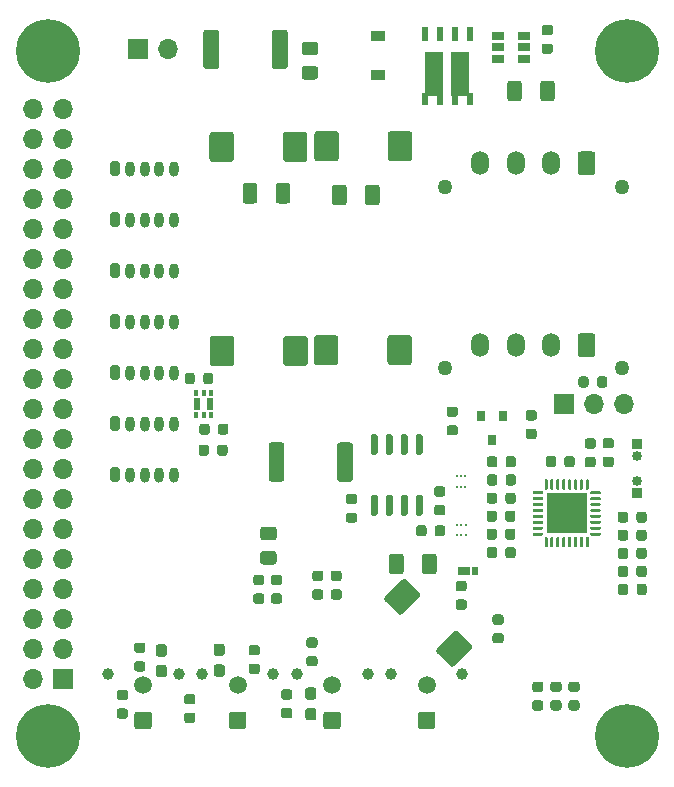
<source format=gbr>
G04 #@! TF.GenerationSoftware,KiCad,Pcbnew,(5.1.6)-1*
G04 #@! TF.CreationDate,2021-04-28T12:48:03+02:00*
G04 #@! TF.ProjectId,rysboard,72797362-6f61-4726-942e-6b696361645f,4.2*
G04 #@! TF.SameCoordinates,Original*
G04 #@! TF.FileFunction,Soldermask,Bot*
G04 #@! TF.FilePolarity,Negative*
%FSLAX46Y46*%
G04 Gerber Fmt 4.6, Leading zero omitted, Abs format (unit mm)*
G04 Created by KiCad (PCBNEW (5.1.6)-1) date 2021-04-28 12:48:03*
%MOMM*%
%LPD*%
G01*
G04 APERTURE LIST*
%ADD10O,1.500000X2.020000*%
%ADD11C,1.270000*%
%ADD12C,5.400000*%
%ADD13O,0.800000X1.300000*%
%ADD14O,1.700000X1.700000*%
%ADD15R,1.700000X1.700000*%
%ADD16C,1.500000*%
%ADD17C,1.000000*%
%ADD18R,1.050000X0.700000*%
%ADD19R,0.520000X0.700000*%
%ADD20R,1.200000X0.900000*%
%ADD21R,1.650000X3.810000*%
%ADD22R,0.610000X1.020000*%
%ADD23R,0.610000X1.270000*%
%ADD24R,3.450000X3.450000*%
%ADD25R,1.060000X0.650000*%
%ADD26R,0.600000X1.000000*%
%ADD27R,0.350000X0.500000*%
%ADD28O,0.850000X0.850000*%
%ADD29R,0.850000X0.850000*%
%ADD30R,0.200000X0.200000*%
%ADD31R,0.800000X0.900000*%
G04 APERTURE END LIST*
G36*
G01*
X96009750Y-121000000D02*
X96522250Y-121000000D01*
G75*
G02*
X96741000Y-121218750I0J-218750D01*
G01*
X96741000Y-121656250D01*
G75*
G02*
X96522250Y-121875000I-218750J0D01*
G01*
X96009750Y-121875000D01*
G75*
G02*
X95791000Y-121656250I0J218750D01*
G01*
X95791000Y-121218750D01*
G75*
G02*
X96009750Y-121000000I218750J0D01*
G01*
G37*
G36*
G01*
X96009750Y-119425000D02*
X96522250Y-119425000D01*
G75*
G02*
X96741000Y-119643750I0J-218750D01*
G01*
X96741000Y-120081250D01*
G75*
G02*
X96522250Y-120300000I-218750J0D01*
G01*
X96009750Y-120300000D01*
G75*
G02*
X95791000Y-120081250I0J218750D01*
G01*
X95791000Y-119643750D01*
G75*
G02*
X96009750Y-119425000I218750J0D01*
G01*
G37*
G36*
G01*
X88162500Y-121100000D02*
X88637500Y-121100000D01*
G75*
G02*
X88875000Y-121337500I0J-237500D01*
G01*
X88875000Y-121912500D01*
G75*
G02*
X88637500Y-122150000I-237500J0D01*
G01*
X88162500Y-122150000D01*
G75*
G02*
X87925000Y-121912500I0J237500D01*
G01*
X87925000Y-121337500D01*
G75*
G02*
X88162500Y-121100000I237500J0D01*
G01*
G37*
G36*
G01*
X88162500Y-119350000D02*
X88637500Y-119350000D01*
G75*
G02*
X88875000Y-119587500I0J-237500D01*
G01*
X88875000Y-120162500D01*
G75*
G02*
X88637500Y-120400000I-237500J0D01*
G01*
X88162500Y-120400000D01*
G75*
G02*
X87925000Y-120162500I0J237500D01*
G01*
X87925000Y-119587500D01*
G75*
G02*
X88162500Y-119350000I237500J0D01*
G01*
G37*
D10*
X115400000Y-94025000D03*
X118400000Y-94025000D03*
X121400000Y-94025000D03*
G36*
G01*
X125150000Y-93265000D02*
X125150000Y-94785000D01*
G75*
G02*
X124900000Y-95035000I-250000J0D01*
G01*
X123900000Y-95035000D01*
G75*
G02*
X123650000Y-94785000I0J250000D01*
G01*
X123650000Y-93265000D01*
G75*
G02*
X123900000Y-93015000I250000J0D01*
G01*
X124900000Y-93015000D01*
G75*
G02*
X125150000Y-93265000I0J-250000D01*
G01*
G37*
D11*
X112400000Y-95985000D03*
X127400000Y-95985000D03*
D12*
X127800000Y-127150000D03*
X78800000Y-69150000D03*
X78800000Y-127150000D03*
D10*
X115400000Y-78640000D03*
X118400000Y-78640000D03*
X121400000Y-78640000D03*
G36*
G01*
X125150000Y-77880000D02*
X125150000Y-79400000D01*
G75*
G02*
X124900000Y-79650000I-250000J0D01*
G01*
X123900000Y-79650000D01*
G75*
G02*
X123650000Y-79400000I0J250000D01*
G01*
X123650000Y-77880000D01*
G75*
G02*
X123900000Y-77630000I250000J0D01*
G01*
X124900000Y-77630000D01*
G75*
G02*
X125150000Y-77880000I0J-250000D01*
G01*
G37*
D11*
X112400000Y-80600000D03*
X127400000Y-80600000D03*
D13*
X89492000Y-104990000D03*
X88242000Y-104990000D03*
X86992000Y-104990000D03*
X85742000Y-104990000D03*
G36*
G01*
X84092000Y-105440000D02*
X84092000Y-104540000D01*
G75*
G02*
X84292000Y-104340000I200000J0D01*
G01*
X84692000Y-104340000D01*
G75*
G02*
X84892000Y-104540000I0J-200000D01*
G01*
X84892000Y-105440000D01*
G75*
G02*
X84692000Y-105640000I-200000J0D01*
G01*
X84292000Y-105640000D01*
G75*
G02*
X84092000Y-105440000I0J200000D01*
G01*
G37*
X89492000Y-79082000D03*
X88242000Y-79082000D03*
X86992000Y-79082000D03*
X85742000Y-79082000D03*
G36*
G01*
X84092000Y-79532000D02*
X84092000Y-78632000D01*
G75*
G02*
X84292000Y-78432000I200000J0D01*
G01*
X84692000Y-78432000D01*
G75*
G02*
X84892000Y-78632000I0J-200000D01*
G01*
X84892000Y-79532000D01*
G75*
G02*
X84692000Y-79732000I-200000J0D01*
G01*
X84292000Y-79732000D01*
G75*
G02*
X84092000Y-79532000I0J200000D01*
G01*
G37*
X89492000Y-83400000D03*
X88242000Y-83400000D03*
X86992000Y-83400000D03*
X85742000Y-83400000D03*
G36*
G01*
X84092000Y-83850000D02*
X84092000Y-82950000D01*
G75*
G02*
X84292000Y-82750000I200000J0D01*
G01*
X84692000Y-82750000D01*
G75*
G02*
X84892000Y-82950000I0J-200000D01*
G01*
X84892000Y-83850000D01*
G75*
G02*
X84692000Y-84050000I-200000J0D01*
G01*
X84292000Y-84050000D01*
G75*
G02*
X84092000Y-83850000I0J200000D01*
G01*
G37*
X89492000Y-87718000D03*
X88242000Y-87718000D03*
X86992000Y-87718000D03*
X85742000Y-87718000D03*
G36*
G01*
X84092000Y-88168000D02*
X84092000Y-87268000D01*
G75*
G02*
X84292000Y-87068000I200000J0D01*
G01*
X84692000Y-87068000D01*
G75*
G02*
X84892000Y-87268000I0J-200000D01*
G01*
X84892000Y-88168000D01*
G75*
G02*
X84692000Y-88368000I-200000J0D01*
G01*
X84292000Y-88368000D01*
G75*
G02*
X84092000Y-88168000I0J200000D01*
G01*
G37*
X89492000Y-92036000D03*
X88242000Y-92036000D03*
X86992000Y-92036000D03*
X85742000Y-92036000D03*
G36*
G01*
X84092000Y-92486000D02*
X84092000Y-91586000D01*
G75*
G02*
X84292000Y-91386000I200000J0D01*
G01*
X84692000Y-91386000D01*
G75*
G02*
X84892000Y-91586000I0J-200000D01*
G01*
X84892000Y-92486000D01*
G75*
G02*
X84692000Y-92686000I-200000J0D01*
G01*
X84292000Y-92686000D01*
G75*
G02*
X84092000Y-92486000I0J200000D01*
G01*
G37*
X89492000Y-96354000D03*
X88242000Y-96354000D03*
X86992000Y-96354000D03*
X85742000Y-96354000D03*
G36*
G01*
X84092000Y-96804000D02*
X84092000Y-95904000D01*
G75*
G02*
X84292000Y-95704000I200000J0D01*
G01*
X84692000Y-95704000D01*
G75*
G02*
X84892000Y-95904000I0J-200000D01*
G01*
X84892000Y-96804000D01*
G75*
G02*
X84692000Y-97004000I-200000J0D01*
G01*
X84292000Y-97004000D01*
G75*
G02*
X84092000Y-96804000I0J200000D01*
G01*
G37*
X89492000Y-100672000D03*
X88242000Y-100672000D03*
X86992000Y-100672000D03*
X85742000Y-100672000D03*
G36*
G01*
X84092000Y-101122000D02*
X84092000Y-100222000D01*
G75*
G02*
X84292000Y-100022000I200000J0D01*
G01*
X84692000Y-100022000D01*
G75*
G02*
X84892000Y-100222000I0J-200000D01*
G01*
X84892000Y-101122000D01*
G75*
G02*
X84692000Y-101322000I-200000J0D01*
G01*
X84292000Y-101322000D01*
G75*
G02*
X84092000Y-101122000I0J200000D01*
G01*
G37*
D14*
X77524500Y-74011100D03*
X80064500Y-74011100D03*
X77524500Y-76551100D03*
X80064500Y-76551100D03*
X77524500Y-79091100D03*
X80064500Y-79091100D03*
X77524500Y-81631100D03*
X80064500Y-81631100D03*
X77524500Y-84171100D03*
X80064500Y-84171100D03*
X77524500Y-86711100D03*
X80064500Y-86711100D03*
X77524500Y-89251100D03*
X80064500Y-89251100D03*
X77524500Y-91791100D03*
X80064500Y-91791100D03*
X77524500Y-94331100D03*
X80064500Y-94331100D03*
X77524500Y-96871100D03*
X80064500Y-96871100D03*
X77524500Y-99411100D03*
X80064500Y-99411100D03*
X77524500Y-101951100D03*
X80064500Y-101951100D03*
X77524500Y-104491100D03*
X80064500Y-104491100D03*
X77524500Y-107031100D03*
X80064500Y-107031100D03*
X77524500Y-109571100D03*
X80064500Y-109571100D03*
X77524500Y-112111100D03*
X80064500Y-112111100D03*
X77524500Y-114651100D03*
X80064500Y-114651100D03*
X77524500Y-117191100D03*
X80064500Y-117191100D03*
X77524500Y-119731100D03*
X80064500Y-119731100D03*
X77524500Y-122271100D03*
D15*
X80064500Y-122271100D03*
G36*
G01*
X110465000Y-113175000D02*
X110465000Y-111925000D01*
G75*
G02*
X110715000Y-111675000I250000J0D01*
G01*
X111465000Y-111675000D01*
G75*
G02*
X111715000Y-111925000I0J-250000D01*
G01*
X111715000Y-113175000D01*
G75*
G02*
X111465000Y-113425000I-250000J0D01*
G01*
X110715000Y-113425000D01*
G75*
G02*
X110465000Y-113175000I0J250000D01*
G01*
G37*
G36*
G01*
X107665000Y-113175000D02*
X107665000Y-111925000D01*
G75*
G02*
X107915000Y-111675000I250000J0D01*
G01*
X108665000Y-111675000D01*
G75*
G02*
X108915000Y-111925000I0J-250000D01*
G01*
X108915000Y-113175000D01*
G75*
G02*
X108665000Y-113425000I-250000J0D01*
G01*
X107915000Y-113425000D01*
G75*
G02*
X107665000Y-113175000I0J250000D01*
G01*
G37*
D12*
X127800000Y-69150000D03*
D16*
X102856000Y-122800000D03*
G36*
G01*
X103606000Y-125300000D02*
X103606000Y-126300000D01*
G75*
G02*
X103356000Y-126550000I-250000J0D01*
G01*
X102356000Y-126550000D01*
G75*
G02*
X102106000Y-126300000I0J250000D01*
G01*
X102106000Y-125300000D01*
G75*
G02*
X102356000Y-125050000I250000J0D01*
G01*
X103356000Y-125050000D01*
G75*
G02*
X103606000Y-125300000I0J-250000D01*
G01*
G37*
D17*
X99856000Y-121860000D03*
X105856000Y-121860000D03*
D16*
X94856000Y-122800000D03*
G36*
G01*
X95606000Y-125300000D02*
X95606000Y-126300000D01*
G75*
G02*
X95356000Y-126550000I-250000J0D01*
G01*
X94356000Y-126550000D01*
G75*
G02*
X94106000Y-126300000I0J250000D01*
G01*
X94106000Y-125300000D01*
G75*
G02*
X94356000Y-125050000I250000J0D01*
G01*
X95356000Y-125050000D01*
G75*
G02*
X95606000Y-125300000I0J-250000D01*
G01*
G37*
D17*
X91856000Y-121860000D03*
X97856000Y-121860000D03*
D16*
X86856000Y-122800000D03*
G36*
G01*
X87606000Y-125300000D02*
X87606000Y-126300000D01*
G75*
G02*
X87356000Y-126550000I-250000J0D01*
G01*
X86356000Y-126550000D01*
G75*
G02*
X86106000Y-126300000I0J250000D01*
G01*
X86106000Y-125300000D01*
G75*
G02*
X86356000Y-125050000I250000J0D01*
G01*
X87356000Y-125050000D01*
G75*
G02*
X87606000Y-125300000I0J-250000D01*
G01*
G37*
D17*
X83856000Y-121860000D03*
X89856000Y-121860000D03*
D16*
X110856000Y-122800000D03*
G36*
G01*
X111606000Y-125300000D02*
X111606000Y-126300000D01*
G75*
G02*
X111356000Y-126550000I-250000J0D01*
G01*
X110356000Y-126550000D01*
G75*
G02*
X110106000Y-126300000I0J250000D01*
G01*
X110106000Y-125300000D01*
G75*
G02*
X110356000Y-125050000I250000J0D01*
G01*
X111356000Y-125050000D01*
G75*
G02*
X111606000Y-125300000I0J-250000D01*
G01*
G37*
D17*
X107856000Y-121860000D03*
X113856000Y-121860000D03*
G36*
G01*
X98725000Y-95545000D02*
X98725000Y-93495000D01*
G75*
G02*
X98975000Y-93245000I250000J0D01*
G01*
X100550000Y-93245000D01*
G75*
G02*
X100800000Y-93495000I0J-250000D01*
G01*
X100800000Y-95545000D01*
G75*
G02*
X100550000Y-95795000I-250000J0D01*
G01*
X98975000Y-95795000D01*
G75*
G02*
X98725000Y-95545000I0J250000D01*
G01*
G37*
G36*
G01*
X92500000Y-95545000D02*
X92500000Y-93495000D01*
G75*
G02*
X92750000Y-93245000I250000J0D01*
G01*
X94325000Y-93245000D01*
G75*
G02*
X94575000Y-93495000I0J-250000D01*
G01*
X94575000Y-95545000D01*
G75*
G02*
X94325000Y-95795000I-250000J0D01*
G01*
X92750000Y-95795000D01*
G75*
G02*
X92500000Y-95545000I0J250000D01*
G01*
G37*
G36*
G01*
X103427500Y-76155000D02*
X103427500Y-78205000D01*
G75*
G02*
X103177500Y-78455000I-250000J0D01*
G01*
X101602500Y-78455000D01*
G75*
G02*
X101352500Y-78205000I0J250000D01*
G01*
X101352500Y-76155000D01*
G75*
G02*
X101602500Y-75905000I250000J0D01*
G01*
X103177500Y-75905000D01*
G75*
G02*
X103427500Y-76155000I0J-250000D01*
G01*
G37*
G36*
G01*
X109652500Y-76155000D02*
X109652500Y-78205000D01*
G75*
G02*
X109402500Y-78455000I-250000J0D01*
G01*
X107827500Y-78455000D01*
G75*
G02*
X107577500Y-78205000I0J250000D01*
G01*
X107577500Y-76155000D01*
G75*
G02*
X107827500Y-75905000I250000J0D01*
G01*
X109402500Y-75905000D01*
G75*
G02*
X109652500Y-76155000I0J-250000D01*
G01*
G37*
G36*
G01*
X103395000Y-93425000D02*
X103395000Y-95475000D01*
G75*
G02*
X103145000Y-95725000I-250000J0D01*
G01*
X101570000Y-95725000D01*
G75*
G02*
X101320000Y-95475000I0J250000D01*
G01*
X101320000Y-93425000D01*
G75*
G02*
X101570000Y-93175000I250000J0D01*
G01*
X103145000Y-93175000D01*
G75*
G02*
X103395000Y-93425000I0J-250000D01*
G01*
G37*
G36*
G01*
X109620000Y-93425000D02*
X109620000Y-95475000D01*
G75*
G02*
X109370000Y-95725000I-250000J0D01*
G01*
X107795000Y-95725000D01*
G75*
G02*
X107545000Y-95475000I0J250000D01*
G01*
X107545000Y-93425000D01*
G75*
G02*
X107795000Y-93175000I250000J0D01*
G01*
X109370000Y-93175000D01*
G75*
G02*
X109620000Y-93425000I0J-250000D01*
G01*
G37*
G36*
G01*
X98695000Y-78265000D02*
X98695000Y-76215000D01*
G75*
G02*
X98945000Y-75965000I250000J0D01*
G01*
X100520000Y-75965000D01*
G75*
G02*
X100770000Y-76215000I0J-250000D01*
G01*
X100770000Y-78265000D01*
G75*
G02*
X100520000Y-78515000I-250000J0D01*
G01*
X98945000Y-78515000D01*
G75*
G02*
X98695000Y-78265000I0J250000D01*
G01*
G37*
G36*
G01*
X92470000Y-78265000D02*
X92470000Y-76215000D01*
G75*
G02*
X92720000Y-75965000I250000J0D01*
G01*
X94295000Y-75965000D01*
G75*
G02*
X94545000Y-76215000I0J-250000D01*
G01*
X94545000Y-78265000D01*
G75*
G02*
X94295000Y-78515000I-250000J0D01*
G01*
X92720000Y-78515000D01*
G75*
G02*
X92470000Y-78265000I0J250000D01*
G01*
G37*
G36*
G01*
X113296250Y-100100000D02*
X112783750Y-100100000D01*
G75*
G02*
X112565000Y-99881250I0J218750D01*
G01*
X112565000Y-99443750D01*
G75*
G02*
X112783750Y-99225000I218750J0D01*
G01*
X113296250Y-99225000D01*
G75*
G02*
X113515000Y-99443750I0J-218750D01*
G01*
X113515000Y-99881250D01*
G75*
G02*
X113296250Y-100100000I-218750J0D01*
G01*
G37*
G36*
G01*
X113296250Y-101675000D02*
X112783750Y-101675000D01*
G75*
G02*
X112565000Y-101456250I0J218750D01*
G01*
X112565000Y-101018750D01*
G75*
G02*
X112783750Y-100800000I218750J0D01*
G01*
X113296250Y-100800000D01*
G75*
G02*
X113515000Y-101018750I0J-218750D01*
G01*
X113515000Y-101456250D01*
G75*
G02*
X113296250Y-101675000I-218750J0D01*
G01*
G37*
G36*
G01*
X119966250Y-100410000D02*
X119453750Y-100410000D01*
G75*
G02*
X119235000Y-100191250I0J218750D01*
G01*
X119235000Y-99753750D01*
G75*
G02*
X119453750Y-99535000I218750J0D01*
G01*
X119966250Y-99535000D01*
G75*
G02*
X120185000Y-99753750I0J-218750D01*
G01*
X120185000Y-100191250D01*
G75*
G02*
X119966250Y-100410000I-218750J0D01*
G01*
G37*
G36*
G01*
X119966250Y-101985000D02*
X119453750Y-101985000D01*
G75*
G02*
X119235000Y-101766250I0J218750D01*
G01*
X119235000Y-101328750D01*
G75*
G02*
X119453750Y-101110000I218750J0D01*
G01*
X119966250Y-101110000D01*
G75*
G02*
X120185000Y-101328750I0J-218750D01*
G01*
X120185000Y-101766250D01*
G75*
G02*
X119966250Y-101985000I-218750J0D01*
G01*
G37*
G36*
G01*
X120823750Y-68490000D02*
X121336250Y-68490000D01*
G75*
G02*
X121555000Y-68708750I0J-218750D01*
G01*
X121555000Y-69146250D01*
G75*
G02*
X121336250Y-69365000I-218750J0D01*
G01*
X120823750Y-69365000D01*
G75*
G02*
X120605000Y-69146250I0J218750D01*
G01*
X120605000Y-68708750D01*
G75*
G02*
X120823750Y-68490000I218750J0D01*
G01*
G37*
G36*
G01*
X120823750Y-66915000D02*
X121336250Y-66915000D01*
G75*
G02*
X121555000Y-67133750I0J-218750D01*
G01*
X121555000Y-67571250D01*
G75*
G02*
X121336250Y-67790000I-218750J0D01*
G01*
X120823750Y-67790000D01*
G75*
G02*
X120605000Y-67571250I0J218750D01*
G01*
X120605000Y-67133750D01*
G75*
G02*
X120823750Y-66915000I218750J0D01*
G01*
G37*
G36*
G01*
X120475000Y-73135000D02*
X120475000Y-71885000D01*
G75*
G02*
X120725000Y-71635000I250000J0D01*
G01*
X121475000Y-71635000D01*
G75*
G02*
X121725000Y-71885000I0J-250000D01*
G01*
X121725000Y-73135000D01*
G75*
G02*
X121475000Y-73385000I-250000J0D01*
G01*
X120725000Y-73385000D01*
G75*
G02*
X120475000Y-73135000I0J250000D01*
G01*
G37*
G36*
G01*
X117675000Y-73135000D02*
X117675000Y-71885000D01*
G75*
G02*
X117925000Y-71635000I250000J0D01*
G01*
X118675000Y-71635000D01*
G75*
G02*
X118925000Y-71885000I0J-250000D01*
G01*
X118925000Y-73135000D01*
G75*
G02*
X118675000Y-73385000I-250000J0D01*
G01*
X117925000Y-73385000D01*
G75*
G02*
X117675000Y-73135000I0J250000D01*
G01*
G37*
G36*
G01*
X98075000Y-81785000D02*
X98075000Y-80535000D01*
G75*
G02*
X98325000Y-80285000I250000J0D01*
G01*
X99075000Y-80285000D01*
G75*
G02*
X99325000Y-80535000I0J-250000D01*
G01*
X99325000Y-81785000D01*
G75*
G02*
X99075000Y-82035000I-250000J0D01*
G01*
X98325000Y-82035000D01*
G75*
G02*
X98075000Y-81785000I0J250000D01*
G01*
G37*
G36*
G01*
X95275000Y-81785000D02*
X95275000Y-80535000D01*
G75*
G02*
X95525000Y-80285000I250000J0D01*
G01*
X96275000Y-80285000D01*
G75*
G02*
X96525000Y-80535000I0J-250000D01*
G01*
X96525000Y-81785000D01*
G75*
G02*
X96275000Y-82035000I-250000J0D01*
G01*
X95525000Y-82035000D01*
G75*
G02*
X95275000Y-81785000I0J250000D01*
G01*
G37*
G36*
G01*
X104085000Y-80685000D02*
X104085000Y-81935000D01*
G75*
G02*
X103835000Y-82185000I-250000J0D01*
G01*
X103085000Y-82185000D01*
G75*
G02*
X102835000Y-81935000I0J250000D01*
G01*
X102835000Y-80685000D01*
G75*
G02*
X103085000Y-80435000I250000J0D01*
G01*
X103835000Y-80435000D01*
G75*
G02*
X104085000Y-80685000I0J-250000D01*
G01*
G37*
G36*
G01*
X106885000Y-80685000D02*
X106885000Y-81935000D01*
G75*
G02*
X106635000Y-82185000I-250000J0D01*
G01*
X105885000Y-82185000D01*
G75*
G02*
X105635000Y-81935000I0J250000D01*
G01*
X105635000Y-80685000D01*
G75*
G02*
X105885000Y-80435000I250000J0D01*
G01*
X106635000Y-80435000D01*
G75*
G02*
X106885000Y-80685000I0J-250000D01*
G01*
G37*
G36*
G01*
X122524000Y-104142250D02*
X122524000Y-103629750D01*
G75*
G02*
X122742750Y-103411000I218750J0D01*
G01*
X123180250Y-103411000D01*
G75*
G02*
X123399000Y-103629750I0J-218750D01*
G01*
X123399000Y-104142250D01*
G75*
G02*
X123180250Y-104361000I-218750J0D01*
G01*
X122742750Y-104361000D01*
G75*
G02*
X122524000Y-104142250I0J218750D01*
G01*
G37*
G36*
G01*
X120949000Y-104142250D02*
X120949000Y-103629750D01*
G75*
G02*
X121167750Y-103411000I218750J0D01*
G01*
X121605250Y-103411000D01*
G75*
G02*
X121824000Y-103629750I0J-218750D01*
G01*
X121824000Y-104142250D01*
G75*
G02*
X121605250Y-104361000I-218750J0D01*
G01*
X121167750Y-104361000D01*
G75*
G02*
X120949000Y-104142250I0J218750D01*
G01*
G37*
G36*
G01*
X124580000Y-96893750D02*
X124580000Y-97406250D01*
G75*
G02*
X124361250Y-97625000I-218750J0D01*
G01*
X123923750Y-97625000D01*
G75*
G02*
X123705000Y-97406250I0J218750D01*
G01*
X123705000Y-96893750D01*
G75*
G02*
X123923750Y-96675000I218750J0D01*
G01*
X124361250Y-96675000D01*
G75*
G02*
X124580000Y-96893750I0J-218750D01*
G01*
G37*
G36*
G01*
X126155000Y-96893750D02*
X126155000Y-97406250D01*
G75*
G02*
X125936250Y-97625000I-218750J0D01*
G01*
X125498750Y-97625000D01*
G75*
G02*
X125280000Y-97406250I0J218750D01*
G01*
X125280000Y-96893750D01*
G75*
G02*
X125498750Y-96675000I218750J0D01*
G01*
X125936250Y-96675000D01*
G75*
G02*
X126155000Y-96893750I0J-218750D01*
G01*
G37*
G36*
G01*
X103456250Y-114000000D02*
X102943750Y-114000000D01*
G75*
G02*
X102725000Y-113781250I0J218750D01*
G01*
X102725000Y-113343750D01*
G75*
G02*
X102943750Y-113125000I218750J0D01*
G01*
X103456250Y-113125000D01*
G75*
G02*
X103675000Y-113343750I0J-218750D01*
G01*
X103675000Y-113781250D01*
G75*
G02*
X103456250Y-114000000I-218750J0D01*
G01*
G37*
G36*
G01*
X103456250Y-115575000D02*
X102943750Y-115575000D01*
G75*
G02*
X102725000Y-115356250I0J218750D01*
G01*
X102725000Y-114918750D01*
G75*
G02*
X102943750Y-114700000I218750J0D01*
G01*
X103456250Y-114700000D01*
G75*
G02*
X103675000Y-114918750I0J-218750D01*
G01*
X103675000Y-115356250D01*
G75*
G02*
X103456250Y-115575000I-218750J0D01*
G01*
G37*
D18*
X114065000Y-113130000D03*
D19*
X114980000Y-113130000D03*
G36*
G01*
X93537500Y-120350000D02*
X93062500Y-120350000D01*
G75*
G02*
X92825000Y-120112500I0J237500D01*
G01*
X92825000Y-119537500D01*
G75*
G02*
X93062500Y-119300000I237500J0D01*
G01*
X93537500Y-119300000D01*
G75*
G02*
X93775000Y-119537500I0J-237500D01*
G01*
X93775000Y-120112500D01*
G75*
G02*
X93537500Y-120350000I-237500J0D01*
G01*
G37*
G36*
G01*
X93537500Y-122100000D02*
X93062500Y-122100000D01*
G75*
G02*
X92825000Y-121862500I0J237500D01*
G01*
X92825000Y-121287500D01*
G75*
G02*
X93062500Y-121050000I237500J0D01*
G01*
X93537500Y-121050000D01*
G75*
G02*
X93775000Y-121287500I0J-237500D01*
G01*
X93775000Y-121862500D01*
G75*
G02*
X93537500Y-122100000I-237500J0D01*
G01*
G37*
G36*
G01*
X100812500Y-124750000D02*
X101287500Y-124750000D01*
G75*
G02*
X101525000Y-124987500I0J-237500D01*
G01*
X101525000Y-125562500D01*
G75*
G02*
X101287500Y-125800000I-237500J0D01*
G01*
X100812500Y-125800000D01*
G75*
G02*
X100575000Y-125562500I0J237500D01*
G01*
X100575000Y-124987500D01*
G75*
G02*
X100812500Y-124750000I237500J0D01*
G01*
G37*
G36*
G01*
X100812500Y-123000000D02*
X101287500Y-123000000D01*
G75*
G02*
X101525000Y-123237500I0J-237500D01*
G01*
X101525000Y-123812500D01*
G75*
G02*
X101287500Y-124050000I-237500J0D01*
G01*
X100812500Y-124050000D01*
G75*
G02*
X100575000Y-123812500I0J237500D01*
G01*
X100575000Y-123237500D01*
G75*
G02*
X100812500Y-123000000I237500J0D01*
G01*
G37*
G36*
G01*
X112226250Y-106860000D02*
X111713750Y-106860000D01*
G75*
G02*
X111495000Y-106641250I0J218750D01*
G01*
X111495000Y-106203750D01*
G75*
G02*
X111713750Y-105985000I218750J0D01*
G01*
X112226250Y-105985000D01*
G75*
G02*
X112445000Y-106203750I0J-218750D01*
G01*
X112445000Y-106641250D01*
G75*
G02*
X112226250Y-106860000I-218750J0D01*
G01*
G37*
G36*
G01*
X112226250Y-108435000D02*
X111713750Y-108435000D01*
G75*
G02*
X111495000Y-108216250I0J218750D01*
G01*
X111495000Y-107778750D01*
G75*
G02*
X111713750Y-107560000I218750J0D01*
G01*
X112226250Y-107560000D01*
G75*
G02*
X112445000Y-107778750I0J-218750D01*
G01*
X112445000Y-108216250D01*
G75*
G02*
X112226250Y-108435000I-218750J0D01*
G01*
G37*
G36*
G01*
X96393750Y-115050000D02*
X96906250Y-115050000D01*
G75*
G02*
X97125000Y-115268750I0J-218750D01*
G01*
X97125000Y-115706250D01*
G75*
G02*
X96906250Y-115925000I-218750J0D01*
G01*
X96393750Y-115925000D01*
G75*
G02*
X96175000Y-115706250I0J218750D01*
G01*
X96175000Y-115268750D01*
G75*
G02*
X96393750Y-115050000I218750J0D01*
G01*
G37*
G36*
G01*
X96393750Y-113475000D02*
X96906250Y-113475000D01*
G75*
G02*
X97125000Y-113693750I0J-218750D01*
G01*
X97125000Y-114131250D01*
G75*
G02*
X96906250Y-114350000I-218750J0D01*
G01*
X96393750Y-114350000D01*
G75*
G02*
X96175000Y-114131250I0J218750D01*
G01*
X96175000Y-113693750D01*
G75*
G02*
X96393750Y-113475000I218750J0D01*
G01*
G37*
D20*
X106720000Y-71160000D03*
X106720000Y-67860000D03*
G36*
G01*
X93305000Y-67554999D02*
X93305000Y-70405001D01*
G75*
G02*
X93055001Y-70655000I-249999J0D01*
G01*
X92204999Y-70655000D01*
G75*
G02*
X91955000Y-70405001I0J249999D01*
G01*
X91955000Y-67554999D01*
G75*
G02*
X92204999Y-67305000I249999J0D01*
G01*
X93055001Y-67305000D01*
G75*
G02*
X93305000Y-67554999I0J-249999D01*
G01*
G37*
G36*
G01*
X99105000Y-67554999D02*
X99105000Y-70405001D01*
G75*
G02*
X98855001Y-70655000I-249999J0D01*
G01*
X98004999Y-70655000D01*
G75*
G02*
X97755000Y-70405001I0J249999D01*
G01*
X97755000Y-67554999D01*
G75*
G02*
X98004999Y-67305000I249999J0D01*
G01*
X98855001Y-67305000D01*
G75*
G02*
X99105000Y-67554999I0J-249999D01*
G01*
G37*
D14*
X127530000Y-99000000D03*
X124990000Y-99000000D03*
D15*
X122450000Y-99000000D03*
G36*
G01*
X110385000Y-103310000D02*
X110085000Y-103310000D01*
G75*
G02*
X109935000Y-103160000I0J150000D01*
G01*
X109935000Y-101710000D01*
G75*
G02*
X110085000Y-101560000I150000J0D01*
G01*
X110385000Y-101560000D01*
G75*
G02*
X110535000Y-101710000I0J-150000D01*
G01*
X110535000Y-103160000D01*
G75*
G02*
X110385000Y-103310000I-150000J0D01*
G01*
G37*
G36*
G01*
X109115000Y-103310000D02*
X108815000Y-103310000D01*
G75*
G02*
X108665000Y-103160000I0J150000D01*
G01*
X108665000Y-101710000D01*
G75*
G02*
X108815000Y-101560000I150000J0D01*
G01*
X109115000Y-101560000D01*
G75*
G02*
X109265000Y-101710000I0J-150000D01*
G01*
X109265000Y-103160000D01*
G75*
G02*
X109115000Y-103310000I-150000J0D01*
G01*
G37*
G36*
G01*
X107845000Y-103310000D02*
X107545000Y-103310000D01*
G75*
G02*
X107395000Y-103160000I0J150000D01*
G01*
X107395000Y-101710000D01*
G75*
G02*
X107545000Y-101560000I150000J0D01*
G01*
X107845000Y-101560000D01*
G75*
G02*
X107995000Y-101710000I0J-150000D01*
G01*
X107995000Y-103160000D01*
G75*
G02*
X107845000Y-103310000I-150000J0D01*
G01*
G37*
G36*
G01*
X106575000Y-103310000D02*
X106275000Y-103310000D01*
G75*
G02*
X106125000Y-103160000I0J150000D01*
G01*
X106125000Y-101710000D01*
G75*
G02*
X106275000Y-101560000I150000J0D01*
G01*
X106575000Y-101560000D01*
G75*
G02*
X106725000Y-101710000I0J-150000D01*
G01*
X106725000Y-103160000D01*
G75*
G02*
X106575000Y-103310000I-150000J0D01*
G01*
G37*
G36*
G01*
X106575000Y-108460000D02*
X106275000Y-108460000D01*
G75*
G02*
X106125000Y-108310000I0J150000D01*
G01*
X106125000Y-106860000D01*
G75*
G02*
X106275000Y-106710000I150000J0D01*
G01*
X106575000Y-106710000D01*
G75*
G02*
X106725000Y-106860000I0J-150000D01*
G01*
X106725000Y-108310000D01*
G75*
G02*
X106575000Y-108460000I-150000J0D01*
G01*
G37*
G36*
G01*
X107845000Y-108460000D02*
X107545000Y-108460000D01*
G75*
G02*
X107395000Y-108310000I0J150000D01*
G01*
X107395000Y-106860000D01*
G75*
G02*
X107545000Y-106710000I150000J0D01*
G01*
X107845000Y-106710000D01*
G75*
G02*
X107995000Y-106860000I0J-150000D01*
G01*
X107995000Y-108310000D01*
G75*
G02*
X107845000Y-108460000I-150000J0D01*
G01*
G37*
G36*
G01*
X109115000Y-108460000D02*
X108815000Y-108460000D01*
G75*
G02*
X108665000Y-108310000I0J150000D01*
G01*
X108665000Y-106860000D01*
G75*
G02*
X108815000Y-106710000I150000J0D01*
G01*
X109115000Y-106710000D01*
G75*
G02*
X109265000Y-106860000I0J-150000D01*
G01*
X109265000Y-108310000D01*
G75*
G02*
X109115000Y-108460000I-150000J0D01*
G01*
G37*
G36*
G01*
X110385000Y-108460000D02*
X110085000Y-108460000D01*
G75*
G02*
X109935000Y-108310000I0J150000D01*
G01*
X109935000Y-106860000D01*
G75*
G02*
X110085000Y-106710000I150000J0D01*
G01*
X110385000Y-106710000D01*
G75*
G02*
X110535000Y-106860000I0J-150000D01*
G01*
X110535000Y-108310000D01*
G75*
G02*
X110385000Y-108460000I-150000J0D01*
G01*
G37*
D21*
X113720000Y-71080000D03*
X111460000Y-71080000D03*
D22*
X110685000Y-73185000D03*
X111955000Y-73185000D03*
X113225000Y-73185000D03*
X114495000Y-73185000D03*
D23*
X114495000Y-67720000D03*
X113225000Y-67720000D03*
X111955000Y-67720000D03*
X110685000Y-67720000D03*
G36*
G01*
X111550000Y-110006250D02*
X111550000Y-109493750D01*
G75*
G02*
X111768750Y-109275000I218750J0D01*
G01*
X112206250Y-109275000D01*
G75*
G02*
X112425000Y-109493750I0J-218750D01*
G01*
X112425000Y-110006250D01*
G75*
G02*
X112206250Y-110225000I-218750J0D01*
G01*
X111768750Y-110225000D01*
G75*
G02*
X111550000Y-110006250I0J218750D01*
G01*
G37*
G36*
G01*
X109975000Y-110006250D02*
X109975000Y-109493750D01*
G75*
G02*
X110193750Y-109275000I218750J0D01*
G01*
X110631250Y-109275000D01*
G75*
G02*
X110850000Y-109493750I0J-218750D01*
G01*
X110850000Y-110006250D01*
G75*
G02*
X110631250Y-110225000I-218750J0D01*
G01*
X110193750Y-110225000D01*
G75*
G02*
X109975000Y-110006250I0J218750D01*
G01*
G37*
G36*
G01*
X116840000Y-105183750D02*
X116840000Y-105696250D01*
G75*
G02*
X116621250Y-105915000I-218750J0D01*
G01*
X116183750Y-105915000D01*
G75*
G02*
X115965000Y-105696250I0J218750D01*
G01*
X115965000Y-105183750D01*
G75*
G02*
X116183750Y-104965000I218750J0D01*
G01*
X116621250Y-104965000D01*
G75*
G02*
X116840000Y-105183750I0J-218750D01*
G01*
G37*
G36*
G01*
X118415000Y-105183750D02*
X118415000Y-105696250D01*
G75*
G02*
X118196250Y-105915000I-218750J0D01*
G01*
X117758750Y-105915000D01*
G75*
G02*
X117540000Y-105696250I0J218750D01*
G01*
X117540000Y-105183750D01*
G75*
G02*
X117758750Y-104965000I218750J0D01*
G01*
X118196250Y-104965000D01*
G75*
G02*
X118415000Y-105183750I0J-218750D01*
G01*
G37*
G36*
G01*
X116830000Y-106723750D02*
X116830000Y-107236250D01*
G75*
G02*
X116611250Y-107455000I-218750J0D01*
G01*
X116173750Y-107455000D01*
G75*
G02*
X115955000Y-107236250I0J218750D01*
G01*
X115955000Y-106723750D01*
G75*
G02*
X116173750Y-106505000I218750J0D01*
G01*
X116611250Y-106505000D01*
G75*
G02*
X116830000Y-106723750I0J-218750D01*
G01*
G37*
G36*
G01*
X118405000Y-106723750D02*
X118405000Y-107236250D01*
G75*
G02*
X118186250Y-107455000I-218750J0D01*
G01*
X117748750Y-107455000D01*
G75*
G02*
X117530000Y-107236250I0J218750D01*
G01*
X117530000Y-106723750D01*
G75*
G02*
X117748750Y-106505000I218750J0D01*
G01*
X118186250Y-106505000D01*
G75*
G02*
X118405000Y-106723750I0J-218750D01*
G01*
G37*
G36*
G01*
X101906250Y-114000000D02*
X101393750Y-114000000D01*
G75*
G02*
X101175000Y-113781250I0J218750D01*
G01*
X101175000Y-113343750D01*
G75*
G02*
X101393750Y-113125000I218750J0D01*
G01*
X101906250Y-113125000D01*
G75*
G02*
X102125000Y-113343750I0J-218750D01*
G01*
X102125000Y-113781250D01*
G75*
G02*
X101906250Y-114000000I-218750J0D01*
G01*
G37*
G36*
G01*
X101906250Y-115575000D02*
X101393750Y-115575000D01*
G75*
G02*
X101175000Y-115356250I0J218750D01*
G01*
X101175000Y-114918750D01*
G75*
G02*
X101393750Y-114700000I218750J0D01*
G01*
X101906250Y-114700000D01*
G75*
G02*
X102125000Y-114918750I0J-218750D01*
G01*
X102125000Y-115356250D01*
G75*
G02*
X101906250Y-115575000I-218750J0D01*
G01*
G37*
G36*
G01*
X116840000Y-103643750D02*
X116840000Y-104156250D01*
G75*
G02*
X116621250Y-104375000I-218750J0D01*
G01*
X116183750Y-104375000D01*
G75*
G02*
X115965000Y-104156250I0J218750D01*
G01*
X115965000Y-103643750D01*
G75*
G02*
X116183750Y-103425000I218750J0D01*
G01*
X116621250Y-103425000D01*
G75*
G02*
X116840000Y-103643750I0J-218750D01*
G01*
G37*
G36*
G01*
X118415000Y-103643750D02*
X118415000Y-104156250D01*
G75*
G02*
X118196250Y-104375000I-218750J0D01*
G01*
X117758750Y-104375000D01*
G75*
G02*
X117540000Y-104156250I0J218750D01*
G01*
X117540000Y-103643750D01*
G75*
G02*
X117758750Y-103425000I218750J0D01*
G01*
X118196250Y-103425000D01*
G75*
G02*
X118415000Y-103643750I0J-218750D01*
G01*
G37*
G36*
G01*
X97893750Y-115050000D02*
X98406250Y-115050000D01*
G75*
G02*
X98625000Y-115268750I0J-218750D01*
G01*
X98625000Y-115706250D01*
G75*
G02*
X98406250Y-115925000I-218750J0D01*
G01*
X97893750Y-115925000D01*
G75*
G02*
X97675000Y-115706250I0J218750D01*
G01*
X97675000Y-115268750D01*
G75*
G02*
X97893750Y-115050000I218750J0D01*
G01*
G37*
G36*
G01*
X97893750Y-113475000D02*
X98406250Y-113475000D01*
G75*
G02*
X98625000Y-113693750I0J-218750D01*
G01*
X98625000Y-114131250D01*
G75*
G02*
X98406250Y-114350000I-218750J0D01*
G01*
X97893750Y-114350000D01*
G75*
G02*
X97675000Y-114131250I0J218750D01*
G01*
X97675000Y-113693750D01*
G75*
G02*
X97893750Y-113475000I218750J0D01*
G01*
G37*
G36*
G01*
X100893750Y-120350000D02*
X101406250Y-120350000D01*
G75*
G02*
X101625000Y-120568750I0J-218750D01*
G01*
X101625000Y-121006250D01*
G75*
G02*
X101406250Y-121225000I-218750J0D01*
G01*
X100893750Y-121225000D01*
G75*
G02*
X100675000Y-121006250I0J218750D01*
G01*
X100675000Y-120568750D01*
G75*
G02*
X100893750Y-120350000I218750J0D01*
G01*
G37*
G36*
G01*
X100893750Y-118775000D02*
X101406250Y-118775000D01*
G75*
G02*
X101625000Y-118993750I0J-218750D01*
G01*
X101625000Y-119431250D01*
G75*
G02*
X101406250Y-119650000I-218750J0D01*
G01*
X100893750Y-119650000D01*
G75*
G02*
X100675000Y-119431250I0J218750D01*
G01*
X100675000Y-118993750D01*
G75*
G02*
X100893750Y-118775000I218750J0D01*
G01*
G37*
G36*
G01*
X91062250Y-124450000D02*
X90549750Y-124450000D01*
G75*
G02*
X90331000Y-124231250I0J218750D01*
G01*
X90331000Y-123793750D01*
G75*
G02*
X90549750Y-123575000I218750J0D01*
G01*
X91062250Y-123575000D01*
G75*
G02*
X91281000Y-123793750I0J-218750D01*
G01*
X91281000Y-124231250D01*
G75*
G02*
X91062250Y-124450000I-218750J0D01*
G01*
G37*
G36*
G01*
X91062250Y-126025000D02*
X90549750Y-126025000D01*
G75*
G02*
X90331000Y-125806250I0J218750D01*
G01*
X90331000Y-125368750D01*
G75*
G02*
X90549750Y-125150000I218750J0D01*
G01*
X91062250Y-125150000D01*
G75*
G02*
X91281000Y-125368750I0J-218750D01*
G01*
X91281000Y-125806250D01*
G75*
G02*
X91062250Y-126025000I-218750J0D01*
G01*
G37*
G36*
G01*
X99262250Y-124050000D02*
X98749750Y-124050000D01*
G75*
G02*
X98531000Y-123831250I0J218750D01*
G01*
X98531000Y-123393750D01*
G75*
G02*
X98749750Y-123175000I218750J0D01*
G01*
X99262250Y-123175000D01*
G75*
G02*
X99481000Y-123393750I0J-218750D01*
G01*
X99481000Y-123831250D01*
G75*
G02*
X99262250Y-124050000I-218750J0D01*
G01*
G37*
G36*
G01*
X99262250Y-125625000D02*
X98749750Y-125625000D01*
G75*
G02*
X98531000Y-125406250I0J218750D01*
G01*
X98531000Y-124968750D01*
G75*
G02*
X98749750Y-124750000I218750J0D01*
G01*
X99262250Y-124750000D01*
G75*
G02*
X99481000Y-124968750I0J-218750D01*
G01*
X99481000Y-125406250D01*
G75*
G02*
X99262250Y-125625000I-218750J0D01*
G01*
G37*
G36*
G01*
X86826250Y-120087500D02*
X86313750Y-120087500D01*
G75*
G02*
X86095000Y-119868750I0J218750D01*
G01*
X86095000Y-119431250D01*
G75*
G02*
X86313750Y-119212500I218750J0D01*
G01*
X86826250Y-119212500D01*
G75*
G02*
X87045000Y-119431250I0J-218750D01*
G01*
X87045000Y-119868750D01*
G75*
G02*
X86826250Y-120087500I-218750J0D01*
G01*
G37*
G36*
G01*
X86826250Y-121662500D02*
X86313750Y-121662500D01*
G75*
G02*
X86095000Y-121443750I0J218750D01*
G01*
X86095000Y-121006250D01*
G75*
G02*
X86313750Y-120787500I218750J0D01*
G01*
X86826250Y-120787500D01*
G75*
G02*
X87045000Y-121006250I0J-218750D01*
G01*
X87045000Y-121443750D01*
G75*
G02*
X86826250Y-121662500I-218750J0D01*
G01*
G37*
G36*
G01*
X116653750Y-118400000D02*
X117166250Y-118400000D01*
G75*
G02*
X117385000Y-118618750I0J-218750D01*
G01*
X117385000Y-119056250D01*
G75*
G02*
X117166250Y-119275000I-218750J0D01*
G01*
X116653750Y-119275000D01*
G75*
G02*
X116435000Y-119056250I0J218750D01*
G01*
X116435000Y-118618750D01*
G75*
G02*
X116653750Y-118400000I218750J0D01*
G01*
G37*
G36*
G01*
X116653750Y-116825000D02*
X117166250Y-116825000D01*
G75*
G02*
X117385000Y-117043750I0J-218750D01*
G01*
X117385000Y-117481250D01*
G75*
G02*
X117166250Y-117700000I-218750J0D01*
G01*
X116653750Y-117700000D01*
G75*
G02*
X116435000Y-117481250I0J218750D01*
G01*
X116435000Y-117043750D01*
G75*
G02*
X116653750Y-116825000I218750J0D01*
G01*
G37*
G36*
G01*
X117510000Y-108776250D02*
X117510000Y-108263750D01*
G75*
G02*
X117728750Y-108045000I218750J0D01*
G01*
X118166250Y-108045000D01*
G75*
G02*
X118385000Y-108263750I0J-218750D01*
G01*
X118385000Y-108776250D01*
G75*
G02*
X118166250Y-108995000I-218750J0D01*
G01*
X117728750Y-108995000D01*
G75*
G02*
X117510000Y-108776250I0J218750D01*
G01*
G37*
G36*
G01*
X115935000Y-108776250D02*
X115935000Y-108263750D01*
G75*
G02*
X116153750Y-108045000I218750J0D01*
G01*
X116591250Y-108045000D01*
G75*
G02*
X116810000Y-108263750I0J-218750D01*
G01*
X116810000Y-108776250D01*
G75*
G02*
X116591250Y-108995000I-218750J0D01*
G01*
X116153750Y-108995000D01*
G75*
G02*
X115935000Y-108776250I0J218750D01*
G01*
G37*
G36*
G01*
X92490000Y-100883750D02*
X92490000Y-101396250D01*
G75*
G02*
X92271250Y-101615000I-218750J0D01*
G01*
X91833750Y-101615000D01*
G75*
G02*
X91615000Y-101396250I0J218750D01*
G01*
X91615000Y-100883750D01*
G75*
G02*
X91833750Y-100665000I218750J0D01*
G01*
X92271250Y-100665000D01*
G75*
G02*
X92490000Y-100883750I0J-218750D01*
G01*
G37*
G36*
G01*
X94065000Y-100883750D02*
X94065000Y-101396250D01*
G75*
G02*
X93846250Y-101615000I-218750J0D01*
G01*
X93408750Y-101615000D01*
G75*
G02*
X93190000Y-101396250I0J218750D01*
G01*
X93190000Y-100883750D01*
G75*
G02*
X93408750Y-100665000I218750J0D01*
G01*
X93846250Y-100665000D01*
G75*
G02*
X94065000Y-100883750I0J-218750D01*
G01*
G37*
G36*
G01*
X113533750Y-115560000D02*
X114046250Y-115560000D01*
G75*
G02*
X114265000Y-115778750I0J-218750D01*
G01*
X114265000Y-116216250D01*
G75*
G02*
X114046250Y-116435000I-218750J0D01*
G01*
X113533750Y-116435000D01*
G75*
G02*
X113315000Y-116216250I0J218750D01*
G01*
X113315000Y-115778750D01*
G75*
G02*
X113533750Y-115560000I218750J0D01*
G01*
G37*
G36*
G01*
X113533750Y-113985000D02*
X114046250Y-113985000D01*
G75*
G02*
X114265000Y-114203750I0J-218750D01*
G01*
X114265000Y-114641250D01*
G75*
G02*
X114046250Y-114860000I-218750J0D01*
G01*
X113533750Y-114860000D01*
G75*
G02*
X113315000Y-114641250I0J218750D01*
G01*
X113315000Y-114203750D01*
G75*
G02*
X113533750Y-113985000I218750J0D01*
G01*
G37*
G36*
G01*
X124453750Y-103487500D02*
X124966250Y-103487500D01*
G75*
G02*
X125185000Y-103706250I0J-218750D01*
G01*
X125185000Y-104143750D01*
G75*
G02*
X124966250Y-104362500I-218750J0D01*
G01*
X124453750Y-104362500D01*
G75*
G02*
X124235000Y-104143750I0J218750D01*
G01*
X124235000Y-103706250D01*
G75*
G02*
X124453750Y-103487500I218750J0D01*
G01*
G37*
G36*
G01*
X124453750Y-101912500D02*
X124966250Y-101912500D01*
G75*
G02*
X125185000Y-102131250I0J-218750D01*
G01*
X125185000Y-102568750D01*
G75*
G02*
X124966250Y-102787500I-218750J0D01*
G01*
X124453750Y-102787500D01*
G75*
G02*
X124235000Y-102568750I0J218750D01*
G01*
X124235000Y-102131250D01*
G75*
G02*
X124453750Y-101912500I218750J0D01*
G01*
G37*
G36*
G01*
X127920000Y-108333750D02*
X127920000Y-108846250D01*
G75*
G02*
X127701250Y-109065000I-218750J0D01*
G01*
X127263750Y-109065000D01*
G75*
G02*
X127045000Y-108846250I0J218750D01*
G01*
X127045000Y-108333750D01*
G75*
G02*
X127263750Y-108115000I218750J0D01*
G01*
X127701250Y-108115000D01*
G75*
G02*
X127920000Y-108333750I0J-218750D01*
G01*
G37*
G36*
G01*
X129495000Y-108333750D02*
X129495000Y-108846250D01*
G75*
G02*
X129276250Y-109065000I-218750J0D01*
G01*
X128838750Y-109065000D01*
G75*
G02*
X128620000Y-108846250I0J218750D01*
G01*
X128620000Y-108333750D01*
G75*
G02*
X128838750Y-108115000I218750J0D01*
G01*
X129276250Y-108115000D01*
G75*
G02*
X129495000Y-108333750I0J-218750D01*
G01*
G37*
G36*
G01*
X126494250Y-102774000D02*
X125981750Y-102774000D01*
G75*
G02*
X125763000Y-102555250I0J218750D01*
G01*
X125763000Y-102117750D01*
G75*
G02*
X125981750Y-101899000I218750J0D01*
G01*
X126494250Y-101899000D01*
G75*
G02*
X126713000Y-102117750I0J-218750D01*
G01*
X126713000Y-102555250D01*
G75*
G02*
X126494250Y-102774000I-218750J0D01*
G01*
G37*
G36*
G01*
X126494250Y-104349000D02*
X125981750Y-104349000D01*
G75*
G02*
X125763000Y-104130250I0J218750D01*
G01*
X125763000Y-103692750D01*
G75*
G02*
X125981750Y-103474000I218750J0D01*
G01*
X126494250Y-103474000D01*
G75*
G02*
X126713000Y-103692750I0J-218750D01*
G01*
X126713000Y-104130250D01*
G75*
G02*
X126494250Y-104349000I-218750J0D01*
G01*
G37*
G36*
G01*
X128610000Y-111916250D02*
X128610000Y-111403750D01*
G75*
G02*
X128828750Y-111185000I218750J0D01*
G01*
X129266250Y-111185000D01*
G75*
G02*
X129485000Y-111403750I0J-218750D01*
G01*
X129485000Y-111916250D01*
G75*
G02*
X129266250Y-112135000I-218750J0D01*
G01*
X128828750Y-112135000D01*
G75*
G02*
X128610000Y-111916250I0J218750D01*
G01*
G37*
G36*
G01*
X127035000Y-111916250D02*
X127035000Y-111403750D01*
G75*
G02*
X127253750Y-111185000I218750J0D01*
G01*
X127691250Y-111185000D01*
G75*
G02*
X127910000Y-111403750I0J-218750D01*
G01*
X127910000Y-111916250D01*
G75*
G02*
X127691250Y-112135000I-218750J0D01*
G01*
X127253750Y-112135000D01*
G75*
G02*
X127035000Y-111916250I0J218750D01*
G01*
G37*
G36*
G01*
X117520000Y-111846250D02*
X117520000Y-111333750D01*
G75*
G02*
X117738750Y-111115000I218750J0D01*
G01*
X118176250Y-111115000D01*
G75*
G02*
X118395000Y-111333750I0J-218750D01*
G01*
X118395000Y-111846250D01*
G75*
G02*
X118176250Y-112065000I-218750J0D01*
G01*
X117738750Y-112065000D01*
G75*
G02*
X117520000Y-111846250I0J218750D01*
G01*
G37*
G36*
G01*
X115945000Y-111846250D02*
X115945000Y-111333750D01*
G75*
G02*
X116163750Y-111115000I218750J0D01*
G01*
X116601250Y-111115000D01*
G75*
G02*
X116820000Y-111333750I0J-218750D01*
G01*
X116820000Y-111846250D01*
G75*
G02*
X116601250Y-112065000I-218750J0D01*
G01*
X116163750Y-112065000D01*
G75*
G02*
X115945000Y-111846250I0J218750D01*
G01*
G37*
G36*
G01*
X128620000Y-113446250D02*
X128620000Y-112933750D01*
G75*
G02*
X128838750Y-112715000I218750J0D01*
G01*
X129276250Y-112715000D01*
G75*
G02*
X129495000Y-112933750I0J-218750D01*
G01*
X129495000Y-113446250D01*
G75*
G02*
X129276250Y-113665000I-218750J0D01*
G01*
X128838750Y-113665000D01*
G75*
G02*
X128620000Y-113446250I0J218750D01*
G01*
G37*
G36*
G01*
X127045000Y-113446250D02*
X127045000Y-112933750D01*
G75*
G02*
X127263750Y-112715000I218750J0D01*
G01*
X127701250Y-112715000D01*
G75*
G02*
X127920000Y-112933750I0J-218750D01*
G01*
X127920000Y-113446250D01*
G75*
G02*
X127701250Y-113665000I-218750J0D01*
G01*
X127263750Y-113665000D01*
G75*
G02*
X127045000Y-113446250I0J218750D01*
G01*
G37*
G36*
G01*
X91940000Y-97106250D02*
X91940000Y-96593750D01*
G75*
G02*
X92158750Y-96375000I218750J0D01*
G01*
X92596250Y-96375000D01*
G75*
G02*
X92815000Y-96593750I0J-218750D01*
G01*
X92815000Y-97106250D01*
G75*
G02*
X92596250Y-97325000I-218750J0D01*
G01*
X92158750Y-97325000D01*
G75*
G02*
X91940000Y-97106250I0J218750D01*
G01*
G37*
G36*
G01*
X90365000Y-97106250D02*
X90365000Y-96593750D01*
G75*
G02*
X90583750Y-96375000I218750J0D01*
G01*
X91021250Y-96375000D01*
G75*
G02*
X91240000Y-96593750I0J-218750D01*
G01*
X91240000Y-97106250D01*
G75*
G02*
X91021250Y-97325000I-218750J0D01*
G01*
X90583750Y-97325000D01*
G75*
G02*
X90365000Y-97106250I0J218750D01*
G01*
G37*
G36*
G01*
X128630000Y-114966250D02*
X128630000Y-114453750D01*
G75*
G02*
X128848750Y-114235000I218750J0D01*
G01*
X129286250Y-114235000D01*
G75*
G02*
X129505000Y-114453750I0J-218750D01*
G01*
X129505000Y-114966250D01*
G75*
G02*
X129286250Y-115185000I-218750J0D01*
G01*
X128848750Y-115185000D01*
G75*
G02*
X128630000Y-114966250I0J218750D01*
G01*
G37*
G36*
G01*
X127055000Y-114966250D02*
X127055000Y-114453750D01*
G75*
G02*
X127273750Y-114235000I218750J0D01*
G01*
X127711250Y-114235000D01*
G75*
G02*
X127930000Y-114453750I0J-218750D01*
G01*
X127930000Y-114966250D01*
G75*
G02*
X127711250Y-115185000I-218750J0D01*
G01*
X127273750Y-115185000D01*
G75*
G02*
X127055000Y-114966250I0J218750D01*
G01*
G37*
G36*
G01*
X117510000Y-110296250D02*
X117510000Y-109783750D01*
G75*
G02*
X117728750Y-109565000I218750J0D01*
G01*
X118166250Y-109565000D01*
G75*
G02*
X118385000Y-109783750I0J-218750D01*
G01*
X118385000Y-110296250D01*
G75*
G02*
X118166250Y-110515000I-218750J0D01*
G01*
X117728750Y-110515000D01*
G75*
G02*
X117510000Y-110296250I0J218750D01*
G01*
G37*
G36*
G01*
X115935000Y-110296250D02*
X115935000Y-109783750D01*
G75*
G02*
X116153750Y-109565000I218750J0D01*
G01*
X116591250Y-109565000D01*
G75*
G02*
X116810000Y-109783750I0J-218750D01*
G01*
X116810000Y-110296250D01*
G75*
G02*
X116591250Y-110515000I-218750J0D01*
G01*
X116153750Y-110515000D01*
G75*
G02*
X115935000Y-110296250I0J218750D01*
G01*
G37*
G36*
G01*
X104756250Y-107500000D02*
X104243750Y-107500000D01*
G75*
G02*
X104025000Y-107281250I0J218750D01*
G01*
X104025000Y-106843750D01*
G75*
G02*
X104243750Y-106625000I218750J0D01*
G01*
X104756250Y-106625000D01*
G75*
G02*
X104975000Y-106843750I0J-218750D01*
G01*
X104975000Y-107281250D01*
G75*
G02*
X104756250Y-107500000I-218750J0D01*
G01*
G37*
G36*
G01*
X104756250Y-109075000D02*
X104243750Y-109075000D01*
G75*
G02*
X104025000Y-108856250I0J218750D01*
G01*
X104025000Y-108418750D01*
G75*
G02*
X104243750Y-108200000I218750J0D01*
G01*
X104756250Y-108200000D01*
G75*
G02*
X104975000Y-108418750I0J-218750D01*
G01*
X104975000Y-108856250D01*
G75*
G02*
X104756250Y-109075000I-218750J0D01*
G01*
G37*
G36*
G01*
X84843750Y-124790000D02*
X85356250Y-124790000D01*
G75*
G02*
X85575000Y-125008750I0J-218750D01*
G01*
X85575000Y-125446250D01*
G75*
G02*
X85356250Y-125665000I-218750J0D01*
G01*
X84843750Y-125665000D01*
G75*
G02*
X84625000Y-125446250I0J218750D01*
G01*
X84625000Y-125008750D01*
G75*
G02*
X84843750Y-124790000I218750J0D01*
G01*
G37*
G36*
G01*
X84843750Y-123215000D02*
X85356250Y-123215000D01*
G75*
G02*
X85575000Y-123433750I0J-218750D01*
G01*
X85575000Y-123871250D01*
G75*
G02*
X85356250Y-124090000I-218750J0D01*
G01*
X84843750Y-124090000D01*
G75*
G02*
X84625000Y-123871250I0J218750D01*
G01*
X84625000Y-123433750D01*
G75*
G02*
X84843750Y-123215000I218750J0D01*
G01*
G37*
G36*
G01*
X122066250Y-123390000D02*
X121553750Y-123390000D01*
G75*
G02*
X121335000Y-123171250I0J218750D01*
G01*
X121335000Y-122733750D01*
G75*
G02*
X121553750Y-122515000I218750J0D01*
G01*
X122066250Y-122515000D01*
G75*
G02*
X122285000Y-122733750I0J-218750D01*
G01*
X122285000Y-123171250D01*
G75*
G02*
X122066250Y-123390000I-218750J0D01*
G01*
G37*
G36*
G01*
X122066250Y-124965000D02*
X121553750Y-124965000D01*
G75*
G02*
X121335000Y-124746250I0J218750D01*
G01*
X121335000Y-124308750D01*
G75*
G02*
X121553750Y-124090000I218750J0D01*
G01*
X122066250Y-124090000D01*
G75*
G02*
X122285000Y-124308750I0J-218750D01*
G01*
X122285000Y-124746250D01*
G75*
G02*
X122066250Y-124965000I-218750J0D01*
G01*
G37*
G36*
G01*
X123596250Y-123390000D02*
X123083750Y-123390000D01*
G75*
G02*
X122865000Y-123171250I0J218750D01*
G01*
X122865000Y-122733750D01*
G75*
G02*
X123083750Y-122515000I218750J0D01*
G01*
X123596250Y-122515000D01*
G75*
G02*
X123815000Y-122733750I0J-218750D01*
G01*
X123815000Y-123171250D01*
G75*
G02*
X123596250Y-123390000I-218750J0D01*
G01*
G37*
G36*
G01*
X123596250Y-124965000D02*
X123083750Y-124965000D01*
G75*
G02*
X122865000Y-124746250I0J218750D01*
G01*
X122865000Y-124308750D01*
G75*
G02*
X123083750Y-124090000I218750J0D01*
G01*
X123596250Y-124090000D01*
G75*
G02*
X123815000Y-124308750I0J-218750D01*
G01*
X123815000Y-124746250D01*
G75*
G02*
X123596250Y-124965000I-218750J0D01*
G01*
G37*
G36*
G01*
X120536250Y-123400000D02*
X120023750Y-123400000D01*
G75*
G02*
X119805000Y-123181250I0J218750D01*
G01*
X119805000Y-122743750D01*
G75*
G02*
X120023750Y-122525000I218750J0D01*
G01*
X120536250Y-122525000D01*
G75*
G02*
X120755000Y-122743750I0J-218750D01*
G01*
X120755000Y-123181250D01*
G75*
G02*
X120536250Y-123400000I-218750J0D01*
G01*
G37*
G36*
G01*
X120536250Y-124975000D02*
X120023750Y-124975000D01*
G75*
G02*
X119805000Y-124756250I0J218750D01*
G01*
X119805000Y-124318750D01*
G75*
G02*
X120023750Y-124100000I218750J0D01*
G01*
X120536250Y-124100000D01*
G75*
G02*
X120755000Y-124318750I0J-218750D01*
G01*
X120755000Y-124756250D01*
G75*
G02*
X120536250Y-124975000I-218750J0D01*
G01*
G37*
G36*
G01*
X97910001Y-110550000D02*
X97009999Y-110550000D01*
G75*
G02*
X96760000Y-110300001I0J249999D01*
G01*
X96760000Y-109649999D01*
G75*
G02*
X97009999Y-109400000I249999J0D01*
G01*
X97910001Y-109400000D01*
G75*
G02*
X98160000Y-109649999I0J-249999D01*
G01*
X98160000Y-110300001D01*
G75*
G02*
X97910001Y-110550000I-249999J0D01*
G01*
G37*
G36*
G01*
X97910001Y-112600000D02*
X97009999Y-112600000D01*
G75*
G02*
X96760000Y-112350001I0J249999D01*
G01*
X96760000Y-111699999D01*
G75*
G02*
X97009999Y-111450000I249999J0D01*
G01*
X97910001Y-111450000D01*
G75*
G02*
X98160000Y-111699999I0J-249999D01*
G01*
X98160000Y-112350001D01*
G75*
G02*
X97910001Y-112600000I-249999J0D01*
G01*
G37*
D24*
X122720000Y-108270000D03*
G36*
G01*
X119907500Y-106395000D02*
X120657500Y-106395000D01*
G75*
G02*
X120720000Y-106457500I0J-62500D01*
G01*
X120720000Y-106582500D01*
G75*
G02*
X120657500Y-106645000I-62500J0D01*
G01*
X119907500Y-106645000D01*
G75*
G02*
X119845000Y-106582500I0J62500D01*
G01*
X119845000Y-106457500D01*
G75*
G02*
X119907500Y-106395000I62500J0D01*
G01*
G37*
G36*
G01*
X119907500Y-106895000D02*
X120657500Y-106895000D01*
G75*
G02*
X120720000Y-106957500I0J-62500D01*
G01*
X120720000Y-107082500D01*
G75*
G02*
X120657500Y-107145000I-62500J0D01*
G01*
X119907500Y-107145000D01*
G75*
G02*
X119845000Y-107082500I0J62500D01*
G01*
X119845000Y-106957500D01*
G75*
G02*
X119907500Y-106895000I62500J0D01*
G01*
G37*
G36*
G01*
X119907500Y-107395000D02*
X120657500Y-107395000D01*
G75*
G02*
X120720000Y-107457500I0J-62500D01*
G01*
X120720000Y-107582500D01*
G75*
G02*
X120657500Y-107645000I-62500J0D01*
G01*
X119907500Y-107645000D01*
G75*
G02*
X119845000Y-107582500I0J62500D01*
G01*
X119845000Y-107457500D01*
G75*
G02*
X119907500Y-107395000I62500J0D01*
G01*
G37*
G36*
G01*
X119907500Y-107895000D02*
X120657500Y-107895000D01*
G75*
G02*
X120720000Y-107957500I0J-62500D01*
G01*
X120720000Y-108082500D01*
G75*
G02*
X120657500Y-108145000I-62500J0D01*
G01*
X119907500Y-108145000D01*
G75*
G02*
X119845000Y-108082500I0J62500D01*
G01*
X119845000Y-107957500D01*
G75*
G02*
X119907500Y-107895000I62500J0D01*
G01*
G37*
G36*
G01*
X119907500Y-108395000D02*
X120657500Y-108395000D01*
G75*
G02*
X120720000Y-108457500I0J-62500D01*
G01*
X120720000Y-108582500D01*
G75*
G02*
X120657500Y-108645000I-62500J0D01*
G01*
X119907500Y-108645000D01*
G75*
G02*
X119845000Y-108582500I0J62500D01*
G01*
X119845000Y-108457500D01*
G75*
G02*
X119907500Y-108395000I62500J0D01*
G01*
G37*
G36*
G01*
X119907500Y-108895000D02*
X120657500Y-108895000D01*
G75*
G02*
X120720000Y-108957500I0J-62500D01*
G01*
X120720000Y-109082500D01*
G75*
G02*
X120657500Y-109145000I-62500J0D01*
G01*
X119907500Y-109145000D01*
G75*
G02*
X119845000Y-109082500I0J62500D01*
G01*
X119845000Y-108957500D01*
G75*
G02*
X119907500Y-108895000I62500J0D01*
G01*
G37*
G36*
G01*
X119907500Y-109395000D02*
X120657500Y-109395000D01*
G75*
G02*
X120720000Y-109457500I0J-62500D01*
G01*
X120720000Y-109582500D01*
G75*
G02*
X120657500Y-109645000I-62500J0D01*
G01*
X119907500Y-109645000D01*
G75*
G02*
X119845000Y-109582500I0J62500D01*
G01*
X119845000Y-109457500D01*
G75*
G02*
X119907500Y-109395000I62500J0D01*
G01*
G37*
G36*
G01*
X119907500Y-109895000D02*
X120657500Y-109895000D01*
G75*
G02*
X120720000Y-109957500I0J-62500D01*
G01*
X120720000Y-110082500D01*
G75*
G02*
X120657500Y-110145000I-62500J0D01*
G01*
X119907500Y-110145000D01*
G75*
G02*
X119845000Y-110082500I0J62500D01*
G01*
X119845000Y-109957500D01*
G75*
G02*
X119907500Y-109895000I62500J0D01*
G01*
G37*
G36*
G01*
X120907500Y-110270000D02*
X121032500Y-110270000D01*
G75*
G02*
X121095000Y-110332500I0J-62500D01*
G01*
X121095000Y-111082500D01*
G75*
G02*
X121032500Y-111145000I-62500J0D01*
G01*
X120907500Y-111145000D01*
G75*
G02*
X120845000Y-111082500I0J62500D01*
G01*
X120845000Y-110332500D01*
G75*
G02*
X120907500Y-110270000I62500J0D01*
G01*
G37*
G36*
G01*
X121407500Y-110270000D02*
X121532500Y-110270000D01*
G75*
G02*
X121595000Y-110332500I0J-62500D01*
G01*
X121595000Y-111082500D01*
G75*
G02*
X121532500Y-111145000I-62500J0D01*
G01*
X121407500Y-111145000D01*
G75*
G02*
X121345000Y-111082500I0J62500D01*
G01*
X121345000Y-110332500D01*
G75*
G02*
X121407500Y-110270000I62500J0D01*
G01*
G37*
G36*
G01*
X121907500Y-110270000D02*
X122032500Y-110270000D01*
G75*
G02*
X122095000Y-110332500I0J-62500D01*
G01*
X122095000Y-111082500D01*
G75*
G02*
X122032500Y-111145000I-62500J0D01*
G01*
X121907500Y-111145000D01*
G75*
G02*
X121845000Y-111082500I0J62500D01*
G01*
X121845000Y-110332500D01*
G75*
G02*
X121907500Y-110270000I62500J0D01*
G01*
G37*
G36*
G01*
X122407500Y-110270000D02*
X122532500Y-110270000D01*
G75*
G02*
X122595000Y-110332500I0J-62500D01*
G01*
X122595000Y-111082500D01*
G75*
G02*
X122532500Y-111145000I-62500J0D01*
G01*
X122407500Y-111145000D01*
G75*
G02*
X122345000Y-111082500I0J62500D01*
G01*
X122345000Y-110332500D01*
G75*
G02*
X122407500Y-110270000I62500J0D01*
G01*
G37*
G36*
G01*
X122907500Y-110270000D02*
X123032500Y-110270000D01*
G75*
G02*
X123095000Y-110332500I0J-62500D01*
G01*
X123095000Y-111082500D01*
G75*
G02*
X123032500Y-111145000I-62500J0D01*
G01*
X122907500Y-111145000D01*
G75*
G02*
X122845000Y-111082500I0J62500D01*
G01*
X122845000Y-110332500D01*
G75*
G02*
X122907500Y-110270000I62500J0D01*
G01*
G37*
G36*
G01*
X123407500Y-110270000D02*
X123532500Y-110270000D01*
G75*
G02*
X123595000Y-110332500I0J-62500D01*
G01*
X123595000Y-111082500D01*
G75*
G02*
X123532500Y-111145000I-62500J0D01*
G01*
X123407500Y-111145000D01*
G75*
G02*
X123345000Y-111082500I0J62500D01*
G01*
X123345000Y-110332500D01*
G75*
G02*
X123407500Y-110270000I62500J0D01*
G01*
G37*
G36*
G01*
X123907500Y-110270000D02*
X124032500Y-110270000D01*
G75*
G02*
X124095000Y-110332500I0J-62500D01*
G01*
X124095000Y-111082500D01*
G75*
G02*
X124032500Y-111145000I-62500J0D01*
G01*
X123907500Y-111145000D01*
G75*
G02*
X123845000Y-111082500I0J62500D01*
G01*
X123845000Y-110332500D01*
G75*
G02*
X123907500Y-110270000I62500J0D01*
G01*
G37*
G36*
G01*
X124407500Y-110270000D02*
X124532500Y-110270000D01*
G75*
G02*
X124595000Y-110332500I0J-62500D01*
G01*
X124595000Y-111082500D01*
G75*
G02*
X124532500Y-111145000I-62500J0D01*
G01*
X124407500Y-111145000D01*
G75*
G02*
X124345000Y-111082500I0J62500D01*
G01*
X124345000Y-110332500D01*
G75*
G02*
X124407500Y-110270000I62500J0D01*
G01*
G37*
G36*
G01*
X124782500Y-109895000D02*
X125532500Y-109895000D01*
G75*
G02*
X125595000Y-109957500I0J-62500D01*
G01*
X125595000Y-110082500D01*
G75*
G02*
X125532500Y-110145000I-62500J0D01*
G01*
X124782500Y-110145000D01*
G75*
G02*
X124720000Y-110082500I0J62500D01*
G01*
X124720000Y-109957500D01*
G75*
G02*
X124782500Y-109895000I62500J0D01*
G01*
G37*
G36*
G01*
X124782500Y-109395000D02*
X125532500Y-109395000D01*
G75*
G02*
X125595000Y-109457500I0J-62500D01*
G01*
X125595000Y-109582500D01*
G75*
G02*
X125532500Y-109645000I-62500J0D01*
G01*
X124782500Y-109645000D01*
G75*
G02*
X124720000Y-109582500I0J62500D01*
G01*
X124720000Y-109457500D01*
G75*
G02*
X124782500Y-109395000I62500J0D01*
G01*
G37*
G36*
G01*
X124782500Y-108895000D02*
X125532500Y-108895000D01*
G75*
G02*
X125595000Y-108957500I0J-62500D01*
G01*
X125595000Y-109082500D01*
G75*
G02*
X125532500Y-109145000I-62500J0D01*
G01*
X124782500Y-109145000D01*
G75*
G02*
X124720000Y-109082500I0J62500D01*
G01*
X124720000Y-108957500D01*
G75*
G02*
X124782500Y-108895000I62500J0D01*
G01*
G37*
G36*
G01*
X124782500Y-108395000D02*
X125532500Y-108395000D01*
G75*
G02*
X125595000Y-108457500I0J-62500D01*
G01*
X125595000Y-108582500D01*
G75*
G02*
X125532500Y-108645000I-62500J0D01*
G01*
X124782500Y-108645000D01*
G75*
G02*
X124720000Y-108582500I0J62500D01*
G01*
X124720000Y-108457500D01*
G75*
G02*
X124782500Y-108395000I62500J0D01*
G01*
G37*
G36*
G01*
X124782500Y-107895000D02*
X125532500Y-107895000D01*
G75*
G02*
X125595000Y-107957500I0J-62500D01*
G01*
X125595000Y-108082500D01*
G75*
G02*
X125532500Y-108145000I-62500J0D01*
G01*
X124782500Y-108145000D01*
G75*
G02*
X124720000Y-108082500I0J62500D01*
G01*
X124720000Y-107957500D01*
G75*
G02*
X124782500Y-107895000I62500J0D01*
G01*
G37*
G36*
G01*
X124782500Y-107395000D02*
X125532500Y-107395000D01*
G75*
G02*
X125595000Y-107457500I0J-62500D01*
G01*
X125595000Y-107582500D01*
G75*
G02*
X125532500Y-107645000I-62500J0D01*
G01*
X124782500Y-107645000D01*
G75*
G02*
X124720000Y-107582500I0J62500D01*
G01*
X124720000Y-107457500D01*
G75*
G02*
X124782500Y-107395000I62500J0D01*
G01*
G37*
G36*
G01*
X124782500Y-106895000D02*
X125532500Y-106895000D01*
G75*
G02*
X125595000Y-106957500I0J-62500D01*
G01*
X125595000Y-107082500D01*
G75*
G02*
X125532500Y-107145000I-62500J0D01*
G01*
X124782500Y-107145000D01*
G75*
G02*
X124720000Y-107082500I0J62500D01*
G01*
X124720000Y-106957500D01*
G75*
G02*
X124782500Y-106895000I62500J0D01*
G01*
G37*
G36*
G01*
X124782500Y-106395000D02*
X125532500Y-106395000D01*
G75*
G02*
X125595000Y-106457500I0J-62500D01*
G01*
X125595000Y-106582500D01*
G75*
G02*
X125532500Y-106645000I-62500J0D01*
G01*
X124782500Y-106645000D01*
G75*
G02*
X124720000Y-106582500I0J62500D01*
G01*
X124720000Y-106457500D01*
G75*
G02*
X124782500Y-106395000I62500J0D01*
G01*
G37*
G36*
G01*
X124407500Y-105395000D02*
X124532500Y-105395000D01*
G75*
G02*
X124595000Y-105457500I0J-62500D01*
G01*
X124595000Y-106207500D01*
G75*
G02*
X124532500Y-106270000I-62500J0D01*
G01*
X124407500Y-106270000D01*
G75*
G02*
X124345000Y-106207500I0J62500D01*
G01*
X124345000Y-105457500D01*
G75*
G02*
X124407500Y-105395000I62500J0D01*
G01*
G37*
G36*
G01*
X123907500Y-105395000D02*
X124032500Y-105395000D01*
G75*
G02*
X124095000Y-105457500I0J-62500D01*
G01*
X124095000Y-106207500D01*
G75*
G02*
X124032500Y-106270000I-62500J0D01*
G01*
X123907500Y-106270000D01*
G75*
G02*
X123845000Y-106207500I0J62500D01*
G01*
X123845000Y-105457500D01*
G75*
G02*
X123907500Y-105395000I62500J0D01*
G01*
G37*
G36*
G01*
X123407500Y-105395000D02*
X123532500Y-105395000D01*
G75*
G02*
X123595000Y-105457500I0J-62500D01*
G01*
X123595000Y-106207500D01*
G75*
G02*
X123532500Y-106270000I-62500J0D01*
G01*
X123407500Y-106270000D01*
G75*
G02*
X123345000Y-106207500I0J62500D01*
G01*
X123345000Y-105457500D01*
G75*
G02*
X123407500Y-105395000I62500J0D01*
G01*
G37*
G36*
G01*
X122907500Y-105395000D02*
X123032500Y-105395000D01*
G75*
G02*
X123095000Y-105457500I0J-62500D01*
G01*
X123095000Y-106207500D01*
G75*
G02*
X123032500Y-106270000I-62500J0D01*
G01*
X122907500Y-106270000D01*
G75*
G02*
X122845000Y-106207500I0J62500D01*
G01*
X122845000Y-105457500D01*
G75*
G02*
X122907500Y-105395000I62500J0D01*
G01*
G37*
G36*
G01*
X122407500Y-105395000D02*
X122532500Y-105395000D01*
G75*
G02*
X122595000Y-105457500I0J-62500D01*
G01*
X122595000Y-106207500D01*
G75*
G02*
X122532500Y-106270000I-62500J0D01*
G01*
X122407500Y-106270000D01*
G75*
G02*
X122345000Y-106207500I0J62500D01*
G01*
X122345000Y-105457500D01*
G75*
G02*
X122407500Y-105395000I62500J0D01*
G01*
G37*
G36*
G01*
X121907500Y-105395000D02*
X122032500Y-105395000D01*
G75*
G02*
X122095000Y-105457500I0J-62500D01*
G01*
X122095000Y-106207500D01*
G75*
G02*
X122032500Y-106270000I-62500J0D01*
G01*
X121907500Y-106270000D01*
G75*
G02*
X121845000Y-106207500I0J62500D01*
G01*
X121845000Y-105457500D01*
G75*
G02*
X121907500Y-105395000I62500J0D01*
G01*
G37*
G36*
G01*
X121407500Y-105395000D02*
X121532500Y-105395000D01*
G75*
G02*
X121595000Y-105457500I0J-62500D01*
G01*
X121595000Y-106207500D01*
G75*
G02*
X121532500Y-106270000I-62500J0D01*
G01*
X121407500Y-106270000D01*
G75*
G02*
X121345000Y-106207500I0J62500D01*
G01*
X121345000Y-105457500D01*
G75*
G02*
X121407500Y-105395000I62500J0D01*
G01*
G37*
G36*
G01*
X120907500Y-105395000D02*
X121032500Y-105395000D01*
G75*
G02*
X121095000Y-105457500I0J-62500D01*
G01*
X121095000Y-106207500D01*
G75*
G02*
X121032500Y-106270000I-62500J0D01*
G01*
X120907500Y-106270000D01*
G75*
G02*
X120845000Y-106207500I0J62500D01*
G01*
X120845000Y-105457500D01*
G75*
G02*
X120907500Y-105395000I62500J0D01*
G01*
G37*
D25*
X116940000Y-68820000D03*
X116940000Y-67870000D03*
X116940000Y-69770000D03*
X119140000Y-69770000D03*
X119140000Y-68820000D03*
X119140000Y-67870000D03*
G36*
G01*
X110257538Y-115347969D02*
X108807969Y-116797538D01*
G75*
G02*
X108454415Y-116797538I-176777J176777D01*
G01*
X107340722Y-115683845D01*
G75*
G02*
X107340722Y-115330291I176777J176777D01*
G01*
X108790291Y-113880722D01*
G75*
G02*
X109143845Y-113880722I176777J-176777D01*
G01*
X110257538Y-114994415D01*
G75*
G02*
X110257538Y-115347969I-176777J-176777D01*
G01*
G37*
G36*
G01*
X114659278Y-119749709D02*
X113209709Y-121199278D01*
G75*
G02*
X112856155Y-121199278I-176777J176777D01*
G01*
X111742462Y-120085585D01*
G75*
G02*
X111742462Y-119732031I176777J176777D01*
G01*
X113192031Y-118282462D01*
G75*
G02*
X113545585Y-118282462I176777J-176777D01*
G01*
X114659278Y-119396155D01*
G75*
G02*
X114659278Y-119749709I-176777J-176777D01*
G01*
G37*
D26*
X92495000Y-99010000D03*
X91445000Y-99010000D03*
D27*
X91320000Y-99910000D03*
X91970000Y-99910000D03*
X92620000Y-99910000D03*
X92620000Y-98110000D03*
X91970000Y-98110000D03*
X91320000Y-98110000D03*
G36*
G01*
X103275000Y-105355001D02*
X103275000Y-102504999D01*
G75*
G02*
X103524999Y-102255000I249999J0D01*
G01*
X104375001Y-102255000D01*
G75*
G02*
X104625000Y-102504999I0J-249999D01*
G01*
X104625000Y-105355001D01*
G75*
G02*
X104375001Y-105605000I-249999J0D01*
G01*
X103524999Y-105605000D01*
G75*
G02*
X103275000Y-105355001I0J249999D01*
G01*
G37*
G36*
G01*
X97475000Y-105355001D02*
X97475000Y-102504999D01*
G75*
G02*
X97724999Y-102255000I249999J0D01*
G01*
X98575001Y-102255000D01*
G75*
G02*
X98825000Y-102504999I0J-249999D01*
G01*
X98825000Y-105355001D01*
G75*
G02*
X98575001Y-105605000I-249999J0D01*
G01*
X97724999Y-105605000D01*
G75*
G02*
X97475000Y-105355001I0J249999D01*
G01*
G37*
D14*
X89000000Y-68960000D03*
D15*
X86460000Y-68960000D03*
D28*
X128635001Y-103425001D03*
D29*
X128635001Y-102425001D03*
D28*
X128630000Y-105570000D03*
D29*
X128630000Y-106570000D03*
G36*
G01*
X127920000Y-109863750D02*
X127920000Y-110376250D01*
G75*
G02*
X127701250Y-110595000I-218750J0D01*
G01*
X127263750Y-110595000D01*
G75*
G02*
X127045000Y-110376250I0J218750D01*
G01*
X127045000Y-109863750D01*
G75*
G02*
X127263750Y-109645000I218750J0D01*
G01*
X127701250Y-109645000D01*
G75*
G02*
X127920000Y-109863750I0J-218750D01*
G01*
G37*
G36*
G01*
X129495000Y-109863750D02*
X129495000Y-110376250D01*
G75*
G02*
X129276250Y-110595000I-218750J0D01*
G01*
X128838750Y-110595000D01*
G75*
G02*
X128620000Y-110376250I0J218750D01*
G01*
X128620000Y-109863750D01*
G75*
G02*
X128838750Y-109645000I218750J0D01*
G01*
X129276250Y-109645000D01*
G75*
G02*
X129495000Y-109863750I0J-218750D01*
G01*
G37*
G36*
G01*
X100529999Y-70390000D02*
X101430001Y-70390000D01*
G75*
G02*
X101680000Y-70639999I0J-249999D01*
G01*
X101680000Y-71290001D01*
G75*
G02*
X101430001Y-71540000I-249999J0D01*
G01*
X100529999Y-71540000D01*
G75*
G02*
X100280000Y-71290001I0J249999D01*
G01*
X100280000Y-70639999D01*
G75*
G02*
X100529999Y-70390000I249999J0D01*
G01*
G37*
G36*
G01*
X100529999Y-68340000D02*
X101430001Y-68340000D01*
G75*
G02*
X101680000Y-68589999I0J-249999D01*
G01*
X101680000Y-69240001D01*
G75*
G02*
X101430001Y-69490000I-249999J0D01*
G01*
X100529999Y-69490000D01*
G75*
G02*
X100280000Y-69240001I0J249999D01*
G01*
X100280000Y-68589999D01*
G75*
G02*
X100529999Y-68340000I249999J0D01*
G01*
G37*
D30*
X113440000Y-105130000D03*
X113790000Y-105130000D03*
X114140000Y-105130000D03*
X114140000Y-106030000D03*
X113790000Y-106030000D03*
X113440000Y-106030000D03*
X113460000Y-110130000D03*
X113810000Y-110130000D03*
X114160000Y-110130000D03*
X114160000Y-109230000D03*
X113810000Y-109230000D03*
X113460000Y-109230000D03*
D31*
X115430000Y-100040000D03*
X117330000Y-100040000D03*
X116380000Y-102040000D03*
G36*
G01*
X91555000Y-103176250D02*
X91555000Y-102663750D01*
G75*
G02*
X91773750Y-102445000I218750J0D01*
G01*
X92211250Y-102445000D01*
G75*
G02*
X92430000Y-102663750I0J-218750D01*
G01*
X92430000Y-103176250D01*
G75*
G02*
X92211250Y-103395000I-218750J0D01*
G01*
X91773750Y-103395000D01*
G75*
G02*
X91555000Y-103176250I0J218750D01*
G01*
G37*
G36*
G01*
X93130000Y-103176250D02*
X93130000Y-102663750D01*
G75*
G02*
X93348750Y-102445000I218750J0D01*
G01*
X93786250Y-102445000D01*
G75*
G02*
X94005000Y-102663750I0J-218750D01*
G01*
X94005000Y-103176250D01*
G75*
G02*
X93786250Y-103395000I-218750J0D01*
G01*
X93348750Y-103395000D01*
G75*
G02*
X93130000Y-103176250I0J218750D01*
G01*
G37*
M02*

</source>
